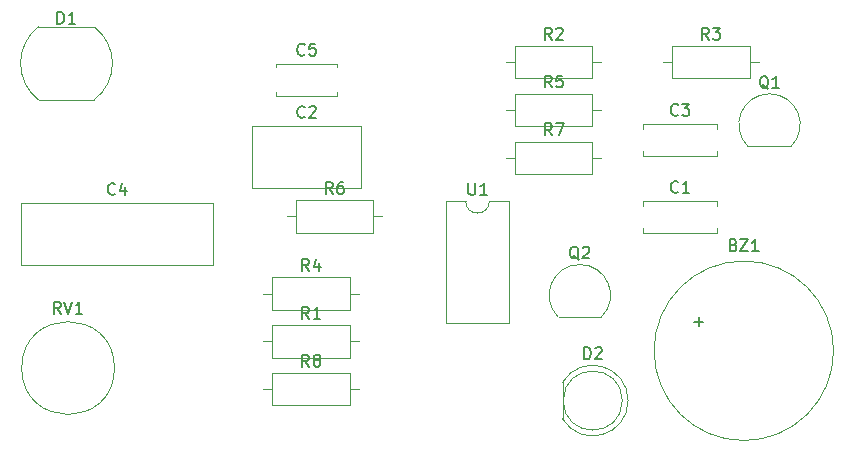
<source format=gbr>
%TF.GenerationSoftware,KiCad,Pcbnew,6.0.0-1*%
%TF.CreationDate,2021-12-27T21:36:17-07:00*%
%TF.ProjectId,gammaray2usb,67616d6d-6172-4617-9932-7573622e6b69,0.3x*%
%TF.SameCoordinates,Original*%
%TF.FileFunction,Legend,Top*%
%TF.FilePolarity,Positive*%
%FSLAX46Y46*%
G04 Gerber Fmt 4.6, Leading zero omitted, Abs format (unit mm)*
G04 Created by KiCad (PCBNEW 6.0.0-1) date 2021-12-27 21:36:17*
%MOMM*%
%LPD*%
G01*
G04 APERTURE LIST*
%ADD10C,0.150000*%
%ADD11C,0.120000*%
G04 APERTURE END LIST*
D10*
%TO.C,D1*%
X129063041Y-73161352D02*
X129063041Y-72161352D01*
X129301137Y-72161352D01*
X129443994Y-72208972D01*
X129539232Y-72304210D01*
X129586851Y-72399448D01*
X129634470Y-72589924D01*
X129634470Y-72732781D01*
X129586851Y-72923257D01*
X129539232Y-73018495D01*
X129443994Y-73113733D01*
X129301137Y-73161352D01*
X129063041Y-73161352D01*
X130586851Y-73161352D02*
X130015422Y-73161352D01*
X130301137Y-73161352D02*
X130301137Y-72161352D01*
X130205898Y-72304210D01*
X130110660Y-72399448D01*
X130015422Y-72447067D01*
%TO.C,RV1*%
X129369598Y-97706552D02*
X129036265Y-97230362D01*
X128798170Y-97706552D02*
X128798170Y-96706552D01*
X129179122Y-96706552D01*
X129274360Y-96754172D01*
X129321979Y-96801791D01*
X129369598Y-96897029D01*
X129369598Y-97039886D01*
X129321979Y-97135124D01*
X129274360Y-97182743D01*
X129179122Y-97230362D01*
X128798170Y-97230362D01*
X129655313Y-96706552D02*
X129988646Y-97706552D01*
X130321979Y-96706552D01*
X131179122Y-97706552D02*
X130607694Y-97706552D01*
X130893408Y-97706552D02*
X130893408Y-96706552D01*
X130798170Y-96849410D01*
X130702932Y-96944648D01*
X130607694Y-96992267D01*
%TO.C,BZ1*%
X186305084Y-91891243D02*
X186447941Y-91938862D01*
X186495560Y-91986481D01*
X186543179Y-92081719D01*
X186543179Y-92224576D01*
X186495560Y-92319814D01*
X186447941Y-92367433D01*
X186352703Y-92415052D01*
X185971751Y-92415052D01*
X185971751Y-91415052D01*
X186305084Y-91415052D01*
X186400322Y-91462672D01*
X186447941Y-91510291D01*
X186495560Y-91605529D01*
X186495560Y-91700767D01*
X186447941Y-91796005D01*
X186400322Y-91843624D01*
X186305084Y-91891243D01*
X185971751Y-91891243D01*
X186876513Y-91415052D02*
X187543179Y-91415052D01*
X186876513Y-92415052D01*
X187543179Y-92415052D01*
X188447941Y-92415052D02*
X187876513Y-92415052D01*
X188162227Y-92415052D02*
X188162227Y-91415052D01*
X188066989Y-91557910D01*
X187971751Y-91653148D01*
X187876513Y-91700767D01*
X182985084Y-98384100D02*
X183746989Y-98384100D01*
X183366037Y-98765052D02*
X183366037Y-98003148D01*
%TO.C,U1*%
X163861532Y-86650952D02*
X163861532Y-87460476D01*
X163909151Y-87555714D01*
X163956770Y-87603333D01*
X164052008Y-87650952D01*
X164242484Y-87650952D01*
X164337722Y-87603333D01*
X164385341Y-87555714D01*
X164432960Y-87460476D01*
X164432960Y-86650952D01*
X165432960Y-87650952D02*
X164861532Y-87650952D01*
X165147246Y-87650952D02*
X165147246Y-86650952D01*
X165052008Y-86793810D01*
X164956770Y-86889048D01*
X164861532Y-86936667D01*
%TO.C,D2*%
X173648441Y-101562852D02*
X173648441Y-100562852D01*
X173886537Y-100562852D01*
X174029394Y-100610472D01*
X174124632Y-100705710D01*
X174172251Y-100800948D01*
X174219870Y-100991424D01*
X174219870Y-101134281D01*
X174172251Y-101324757D01*
X174124632Y-101419995D01*
X174029394Y-101515233D01*
X173886537Y-101562852D01*
X173648441Y-101562852D01*
X174600822Y-100658091D02*
X174648441Y-100610472D01*
X174743679Y-100562852D01*
X174981775Y-100562852D01*
X175077013Y-100610472D01*
X175124632Y-100658091D01*
X175172251Y-100753329D01*
X175172251Y-100848567D01*
X175124632Y-100991424D01*
X174553203Y-101562852D01*
X175172251Y-101562852D01*
%TO.C,R4*%
X150366770Y-94090952D02*
X150033437Y-93614762D01*
X149795341Y-94090952D02*
X149795341Y-93090952D01*
X150176294Y-93090952D01*
X150271532Y-93138572D01*
X150319151Y-93186191D01*
X150366770Y-93281429D01*
X150366770Y-93424286D01*
X150319151Y-93519524D01*
X150271532Y-93567143D01*
X150176294Y-93614762D01*
X149795341Y-93614762D01*
X151223913Y-93424286D02*
X151223913Y-94090952D01*
X150985817Y-93043333D02*
X150747722Y-93757619D01*
X151366770Y-93757619D01*
%TO.C,C2*%
X149986770Y-81040714D02*
X149939151Y-81088333D01*
X149796294Y-81135952D01*
X149701056Y-81135952D01*
X149558198Y-81088333D01*
X149462960Y-80993095D01*
X149415341Y-80897857D01*
X149367722Y-80707381D01*
X149367722Y-80564524D01*
X149415341Y-80374048D01*
X149462960Y-80278810D01*
X149558198Y-80183572D01*
X149701056Y-80135952D01*
X149796294Y-80135952D01*
X149939151Y-80183572D01*
X149986770Y-80231191D01*
X150367722Y-80231191D02*
X150415341Y-80183572D01*
X150510579Y-80135952D01*
X150748675Y-80135952D01*
X150843913Y-80183572D01*
X150891532Y-80231191D01*
X150939151Y-80326429D01*
X150939151Y-80421667D01*
X150891532Y-80564524D01*
X150320103Y-81135952D01*
X150939151Y-81135952D01*
%TO.C,R8*%
X150366770Y-102190952D02*
X150033437Y-101714762D01*
X149795341Y-102190952D02*
X149795341Y-101190952D01*
X150176294Y-101190952D01*
X150271532Y-101238572D01*
X150319151Y-101286191D01*
X150366770Y-101381429D01*
X150366770Y-101524286D01*
X150319151Y-101619524D01*
X150271532Y-101667143D01*
X150176294Y-101714762D01*
X149795341Y-101714762D01*
X150938198Y-101619524D02*
X150842960Y-101571905D01*
X150795341Y-101524286D01*
X150747722Y-101429048D01*
X150747722Y-101381429D01*
X150795341Y-101286191D01*
X150842960Y-101238572D01*
X150938198Y-101190952D01*
X151128675Y-101190952D01*
X151223913Y-101238572D01*
X151271532Y-101286191D01*
X151319151Y-101381429D01*
X151319151Y-101429048D01*
X151271532Y-101524286D01*
X151223913Y-101571905D01*
X151128675Y-101619524D01*
X150938198Y-101619524D01*
X150842960Y-101667143D01*
X150795341Y-101714762D01*
X150747722Y-101810000D01*
X150747722Y-102000476D01*
X150795341Y-102095714D01*
X150842960Y-102143333D01*
X150938198Y-102190952D01*
X151128675Y-102190952D01*
X151223913Y-102143333D01*
X151271532Y-102095714D01*
X151319151Y-102000476D01*
X151319151Y-101810000D01*
X151271532Y-101714762D01*
X151223913Y-101667143D01*
X151128675Y-101619524D01*
%TO.C,C4*%
X133936770Y-87570714D02*
X133889151Y-87618333D01*
X133746294Y-87665952D01*
X133651056Y-87665952D01*
X133508198Y-87618333D01*
X133412960Y-87523095D01*
X133365341Y-87427857D01*
X133317722Y-87237381D01*
X133317722Y-87094524D01*
X133365341Y-86904048D01*
X133412960Y-86808810D01*
X133508198Y-86713572D01*
X133651056Y-86665952D01*
X133746294Y-86665952D01*
X133889151Y-86713572D01*
X133936770Y-86761191D01*
X134793913Y-86999286D02*
X134793913Y-87665952D01*
X134555817Y-86618333D02*
X134317722Y-87332619D01*
X134936770Y-87332619D01*
%TO.C,Q2*%
X173198198Y-93136191D02*
X173102960Y-93088572D01*
X173007722Y-92993333D01*
X172864865Y-92850476D01*
X172769627Y-92802857D01*
X172674389Y-92802857D01*
X172722008Y-93040952D02*
X172626770Y-92993333D01*
X172531532Y-92898095D01*
X172483913Y-92707619D01*
X172483913Y-92374286D01*
X172531532Y-92183810D01*
X172626770Y-92088572D01*
X172722008Y-92040952D01*
X172912484Y-92040952D01*
X173007722Y-92088572D01*
X173102960Y-92183810D01*
X173150579Y-92374286D01*
X173150579Y-92707619D01*
X173102960Y-92898095D01*
X173007722Y-92993333D01*
X172912484Y-93040952D01*
X172722008Y-93040952D01*
X173531532Y-92136191D02*
X173579151Y-92088572D01*
X173674389Y-92040952D01*
X173912484Y-92040952D01*
X174007722Y-92088572D01*
X174055341Y-92136191D01*
X174102960Y-92231429D01*
X174102960Y-92326667D01*
X174055341Y-92469524D01*
X173483913Y-93040952D01*
X174102960Y-93040952D01*
%TO.C,R1*%
X150366770Y-98140952D02*
X150033437Y-97664762D01*
X149795341Y-98140952D02*
X149795341Y-97140952D01*
X150176294Y-97140952D01*
X150271532Y-97188572D01*
X150319151Y-97236191D01*
X150366770Y-97331429D01*
X150366770Y-97474286D01*
X150319151Y-97569524D01*
X150271532Y-97617143D01*
X150176294Y-97664762D01*
X149795341Y-97664762D01*
X151319151Y-98140952D02*
X150747722Y-98140952D01*
X151033437Y-98140952D02*
X151033437Y-97140952D01*
X150938198Y-97283810D01*
X150842960Y-97379048D01*
X150747722Y-97426667D01*
%TO.C,Q1*%
X189258198Y-78686191D02*
X189162960Y-78638572D01*
X189067722Y-78543333D01*
X188924865Y-78400476D01*
X188829627Y-78352857D01*
X188734389Y-78352857D01*
X188782008Y-78590952D02*
X188686770Y-78543333D01*
X188591532Y-78448095D01*
X188543913Y-78257619D01*
X188543913Y-77924286D01*
X188591532Y-77733810D01*
X188686770Y-77638572D01*
X188782008Y-77590952D01*
X188972484Y-77590952D01*
X189067722Y-77638572D01*
X189162960Y-77733810D01*
X189210579Y-77924286D01*
X189210579Y-78257619D01*
X189162960Y-78448095D01*
X189067722Y-78543333D01*
X188972484Y-78590952D01*
X188782008Y-78590952D01*
X190162960Y-78590952D02*
X189591532Y-78590952D01*
X189877246Y-78590952D02*
X189877246Y-77590952D01*
X189782008Y-77733810D01*
X189686770Y-77829048D01*
X189591532Y-77876667D01*
%TO.C,C5*%
X149986770Y-75760714D02*
X149939151Y-75808333D01*
X149796294Y-75855952D01*
X149701056Y-75855952D01*
X149558198Y-75808333D01*
X149462960Y-75713095D01*
X149415341Y-75617857D01*
X149367722Y-75427381D01*
X149367722Y-75284524D01*
X149415341Y-75094048D01*
X149462960Y-74998810D01*
X149558198Y-74903572D01*
X149701056Y-74855952D01*
X149796294Y-74855952D01*
X149939151Y-74903572D01*
X149986770Y-74951191D01*
X150891532Y-74855952D02*
X150415341Y-74855952D01*
X150367722Y-75332143D01*
X150415341Y-75284524D01*
X150510579Y-75236905D01*
X150748675Y-75236905D01*
X150843913Y-75284524D01*
X150891532Y-75332143D01*
X150939151Y-75427381D01*
X150939151Y-75665476D01*
X150891532Y-75760714D01*
X150843913Y-75808333D01*
X150748675Y-75855952D01*
X150510579Y-75855952D01*
X150415341Y-75808333D01*
X150367722Y-75760714D01*
%TO.C,C1*%
X181614470Y-87385714D02*
X181566851Y-87433333D01*
X181423994Y-87480952D01*
X181328756Y-87480952D01*
X181185898Y-87433333D01*
X181090660Y-87338095D01*
X181043041Y-87242857D01*
X180995422Y-87052381D01*
X180995422Y-86909524D01*
X181043041Y-86719048D01*
X181090660Y-86623810D01*
X181185898Y-86528572D01*
X181328756Y-86480952D01*
X181423994Y-86480952D01*
X181566851Y-86528572D01*
X181614470Y-86576191D01*
X182566851Y-87480952D02*
X181995422Y-87480952D01*
X182281137Y-87480952D02*
X182281137Y-86480952D01*
X182185898Y-86623810D01*
X182090660Y-86719048D01*
X181995422Y-86766667D01*
%TO.C,R6*%
X152366770Y-87560952D02*
X152033437Y-87084762D01*
X151795341Y-87560952D02*
X151795341Y-86560952D01*
X152176294Y-86560952D01*
X152271532Y-86608572D01*
X152319151Y-86656191D01*
X152366770Y-86751429D01*
X152366770Y-86894286D01*
X152319151Y-86989524D01*
X152271532Y-87037143D01*
X152176294Y-87084762D01*
X151795341Y-87084762D01*
X153223913Y-86560952D02*
X153033437Y-86560952D01*
X152938198Y-86608572D01*
X152890579Y-86656191D01*
X152795341Y-86799048D01*
X152747722Y-86989524D01*
X152747722Y-87370476D01*
X152795341Y-87465714D01*
X152842960Y-87513333D01*
X152938198Y-87560952D01*
X153128675Y-87560952D01*
X153223913Y-87513333D01*
X153271532Y-87465714D01*
X153319151Y-87370476D01*
X153319151Y-87132381D01*
X153271532Y-87037143D01*
X153223913Y-86989524D01*
X153128675Y-86941905D01*
X152938198Y-86941905D01*
X152842960Y-86989524D01*
X152795341Y-87037143D01*
X152747722Y-87132381D01*
%TO.C,R3*%
X184226770Y-74500952D02*
X183893437Y-74024762D01*
X183655341Y-74500952D02*
X183655341Y-73500952D01*
X184036294Y-73500952D01*
X184131532Y-73548572D01*
X184179151Y-73596191D01*
X184226770Y-73691429D01*
X184226770Y-73834286D01*
X184179151Y-73929524D01*
X184131532Y-73977143D01*
X184036294Y-74024762D01*
X183655341Y-74024762D01*
X184560103Y-73500952D02*
X185179151Y-73500952D01*
X184845817Y-73881905D01*
X184988675Y-73881905D01*
X185083913Y-73929524D01*
X185131532Y-73977143D01*
X185179151Y-74072381D01*
X185179151Y-74310476D01*
X185131532Y-74405714D01*
X185083913Y-74453333D01*
X184988675Y-74500952D01*
X184702960Y-74500952D01*
X184607722Y-74453333D01*
X184560103Y-74405714D01*
%TO.C,R2*%
X170916770Y-74500952D02*
X170583437Y-74024762D01*
X170345341Y-74500952D02*
X170345341Y-73500952D01*
X170726294Y-73500952D01*
X170821532Y-73548572D01*
X170869151Y-73596191D01*
X170916770Y-73691429D01*
X170916770Y-73834286D01*
X170869151Y-73929524D01*
X170821532Y-73977143D01*
X170726294Y-74024762D01*
X170345341Y-74024762D01*
X171297722Y-73596191D02*
X171345341Y-73548572D01*
X171440579Y-73500952D01*
X171678675Y-73500952D01*
X171773913Y-73548572D01*
X171821532Y-73596191D01*
X171869151Y-73691429D01*
X171869151Y-73786667D01*
X171821532Y-73929524D01*
X171250103Y-74500952D01*
X171869151Y-74500952D01*
%TO.C,R7*%
X170916770Y-82600952D02*
X170583437Y-82124762D01*
X170345341Y-82600952D02*
X170345341Y-81600952D01*
X170726294Y-81600952D01*
X170821532Y-81648572D01*
X170869151Y-81696191D01*
X170916770Y-81791429D01*
X170916770Y-81934286D01*
X170869151Y-82029524D01*
X170821532Y-82077143D01*
X170726294Y-82124762D01*
X170345341Y-82124762D01*
X171250103Y-81600952D02*
X171916770Y-81600952D01*
X171488198Y-82600952D01*
%TO.C,R5*%
X170916770Y-78550952D02*
X170583437Y-78074762D01*
X170345341Y-78550952D02*
X170345341Y-77550952D01*
X170726294Y-77550952D01*
X170821532Y-77598572D01*
X170869151Y-77646191D01*
X170916770Y-77741429D01*
X170916770Y-77884286D01*
X170869151Y-77979524D01*
X170821532Y-78027143D01*
X170726294Y-78074762D01*
X170345341Y-78074762D01*
X171821532Y-77550952D02*
X171345341Y-77550952D01*
X171297722Y-78027143D01*
X171345341Y-77979524D01*
X171440579Y-77931905D01*
X171678675Y-77931905D01*
X171773913Y-77979524D01*
X171821532Y-78027143D01*
X171869151Y-78122381D01*
X171869151Y-78360476D01*
X171821532Y-78455714D01*
X171773913Y-78503333D01*
X171678675Y-78550952D01*
X171440579Y-78550952D01*
X171345341Y-78503333D01*
X171297722Y-78455714D01*
%TO.C,C3*%
X181614470Y-80855714D02*
X181566851Y-80903333D01*
X181423994Y-80950952D01*
X181328756Y-80950952D01*
X181185898Y-80903333D01*
X181090660Y-80808095D01*
X181043041Y-80712857D01*
X180995422Y-80522381D01*
X180995422Y-80379524D01*
X181043041Y-80189048D01*
X181090660Y-80093810D01*
X181185898Y-79998572D01*
X181328756Y-79950952D01*
X181423994Y-79950952D01*
X181566851Y-79998572D01*
X181614470Y-80046191D01*
X181947803Y-79950952D02*
X182566851Y-79950952D01*
X182233517Y-80331905D01*
X182376375Y-80331905D01*
X182471613Y-80379524D01*
X182519232Y-80427143D01*
X182566851Y-80522381D01*
X182566851Y-80760476D01*
X182519232Y-80855714D01*
X182471613Y-80903333D01*
X182376375Y-80950952D01*
X182090660Y-80950952D01*
X181995422Y-80903333D01*
X181947803Y-80855714D01*
D11*
%TO.C,D1*%
X132153227Y-79624825D02*
G75*
G03*
X132161137Y-73418972I-2292090J3105853D01*
G01*
X127487933Y-73398411D02*
G75*
G03*
X127461137Y-79618972I2373204J-3120561D01*
G01*
X127461137Y-79618972D02*
X132161137Y-79618972D01*
X127461137Y-73418972D02*
X132161137Y-73418972D01*
%TO.C,RV1*%
X133894837Y-102314172D02*
G75*
G03*
X133894837Y-102314172I-3930000J0D01*
G01*
%TO.C,BZ1*%
X194776037Y-100852672D02*
G75*
G03*
X194776037Y-100852672I-7600000J0D01*
G01*
%TO.C,U1*%
X167273437Y-88198572D02*
X165623437Y-88198572D01*
X167273437Y-98478572D02*
X167273437Y-88198572D01*
X161973437Y-98478572D02*
X167273437Y-98478572D01*
X161973437Y-88198572D02*
X161973437Y-98478572D01*
X163623437Y-88198572D02*
X161973437Y-88198572D01*
X163623437Y-88198572D02*
G75*
G03*
X165623437Y-88198572I1000000J0D01*
G01*
%TO.C,D2*%
X171826537Y-103525472D02*
X171826537Y-106615472D01*
X176886537Y-105070472D02*
G75*
G03*
X176886537Y-105070472I-2500000J0D01*
G01*
X171826537Y-106615302D02*
G75*
G03*
X177376537Y-105070010I2560000J1544830D01*
G01*
X177376537Y-105070934D02*
G75*
G03*
X171826537Y-103525642I-2990000J462D01*
G01*
%TO.C,R4*%
X154573437Y-96008572D02*
X153803437Y-96008572D01*
X146493437Y-96008572D02*
X147263437Y-96008572D01*
X153803437Y-94638572D02*
X147263437Y-94638572D01*
X153803437Y-97378572D02*
X153803437Y-94638572D01*
X147263437Y-97378572D02*
X153803437Y-97378572D01*
X147263437Y-94638572D02*
X147263437Y-97378572D01*
%TO.C,C2*%
X154773437Y-81813572D02*
X154773437Y-87053572D01*
X145533437Y-81813572D02*
X145533437Y-87053572D01*
X145533437Y-87053572D02*
X154773437Y-87053572D01*
X145533437Y-81813572D02*
X154773437Y-81813572D01*
%TO.C,R8*%
X154573437Y-104108572D02*
X153803437Y-104108572D01*
X146493437Y-104108572D02*
X147263437Y-104108572D01*
X153803437Y-102738572D02*
X147263437Y-102738572D01*
X153803437Y-105478572D02*
X153803437Y-102738572D01*
X147263437Y-105478572D02*
X153803437Y-105478572D01*
X147263437Y-102738572D02*
X147263437Y-105478572D01*
%TO.C,C4*%
X142223437Y-88343572D02*
X142223437Y-93583572D01*
X125983437Y-88343572D02*
X125983437Y-93583572D01*
X125983437Y-93583572D02*
X142223437Y-93583572D01*
X125983437Y-88343572D02*
X142223437Y-88343572D01*
%TO.C,Q2*%
X175131915Y-97987050D02*
G75*
G03*
X173293437Y-93548572I-1838478J1838478D01*
G01*
X173293437Y-93548571D02*
G75*
G03*
X171454959Y-97987050I0J-2600001D01*
G01*
X171493437Y-97998572D02*
X175093437Y-97998572D01*
%TO.C,R1*%
X154573437Y-100058572D02*
X153803437Y-100058572D01*
X146493437Y-100058572D02*
X147263437Y-100058572D01*
X153803437Y-98688572D02*
X147263437Y-98688572D01*
X153803437Y-101428572D02*
X153803437Y-98688572D01*
X147263437Y-101428572D02*
X153803437Y-101428572D01*
X147263437Y-98688572D02*
X147263437Y-101428572D01*
%TO.C,Q1*%
X191191915Y-83537050D02*
G75*
G03*
X189353437Y-79098572I-1838478J1838478D01*
G01*
X189353437Y-79098571D02*
G75*
G03*
X187514959Y-83537050I0J-2600001D01*
G01*
X187553437Y-83548572D02*
X191153437Y-83548572D01*
%TO.C,C5*%
X152773437Y-78958572D02*
X152773437Y-79273572D01*
X152773437Y-76533572D02*
X152773437Y-76848572D01*
X147533437Y-78958572D02*
X147533437Y-79273572D01*
X147533437Y-76533572D02*
X147533437Y-76848572D01*
X147533437Y-79273572D02*
X152773437Y-79273572D01*
X147533437Y-76533572D02*
X152773437Y-76533572D01*
%TO.C,C1*%
X184901137Y-90453572D02*
X184901137Y-90898572D01*
X184901137Y-88158572D02*
X184901137Y-88603572D01*
X178661137Y-90453572D02*
X178661137Y-90898572D01*
X178661137Y-88158572D02*
X178661137Y-88603572D01*
X178661137Y-90898572D02*
X184901137Y-90898572D01*
X178661137Y-88158572D02*
X184901137Y-88158572D01*
%TO.C,R6*%
X156573437Y-89478572D02*
X155803437Y-89478572D01*
X148493437Y-89478572D02*
X149263437Y-89478572D01*
X155803437Y-88108572D02*
X149263437Y-88108572D01*
X155803437Y-90848572D02*
X155803437Y-88108572D01*
X149263437Y-90848572D02*
X155803437Y-90848572D01*
X149263437Y-88108572D02*
X149263437Y-90848572D01*
%TO.C,R3*%
X188433437Y-76418572D02*
X187663437Y-76418572D01*
X180353437Y-76418572D02*
X181123437Y-76418572D01*
X187663437Y-75048572D02*
X181123437Y-75048572D01*
X187663437Y-77788572D02*
X187663437Y-75048572D01*
X181123437Y-77788572D02*
X187663437Y-77788572D01*
X181123437Y-75048572D02*
X181123437Y-77788572D01*
%TO.C,R2*%
X175123437Y-76418572D02*
X174353437Y-76418572D01*
X167043437Y-76418572D02*
X167813437Y-76418572D01*
X174353437Y-75048572D02*
X167813437Y-75048572D01*
X174353437Y-77788572D02*
X174353437Y-75048572D01*
X167813437Y-77788572D02*
X174353437Y-77788572D01*
X167813437Y-75048572D02*
X167813437Y-77788572D01*
%TO.C,R7*%
X175123437Y-84518572D02*
X174353437Y-84518572D01*
X167043437Y-84518572D02*
X167813437Y-84518572D01*
X174353437Y-83148572D02*
X167813437Y-83148572D01*
X174353437Y-85888572D02*
X174353437Y-83148572D01*
X167813437Y-85888572D02*
X174353437Y-85888572D01*
X167813437Y-83148572D02*
X167813437Y-85888572D01*
%TO.C,R5*%
X175123437Y-80468572D02*
X174353437Y-80468572D01*
X167043437Y-80468572D02*
X167813437Y-80468572D01*
X174353437Y-79098572D02*
X167813437Y-79098572D01*
X174353437Y-81838572D02*
X174353437Y-79098572D01*
X167813437Y-81838572D02*
X174353437Y-81838572D01*
X167813437Y-79098572D02*
X167813437Y-81838572D01*
%TO.C,C3*%
X184901137Y-83923572D02*
X184901137Y-84368572D01*
X184901137Y-81628572D02*
X184901137Y-82073572D01*
X178661137Y-83923572D02*
X178661137Y-84368572D01*
X178661137Y-81628572D02*
X178661137Y-82073572D01*
X178661137Y-84368572D02*
X184901137Y-84368572D01*
X178661137Y-81628572D02*
X184901137Y-81628572D01*
%TD*%
M02*

</source>
